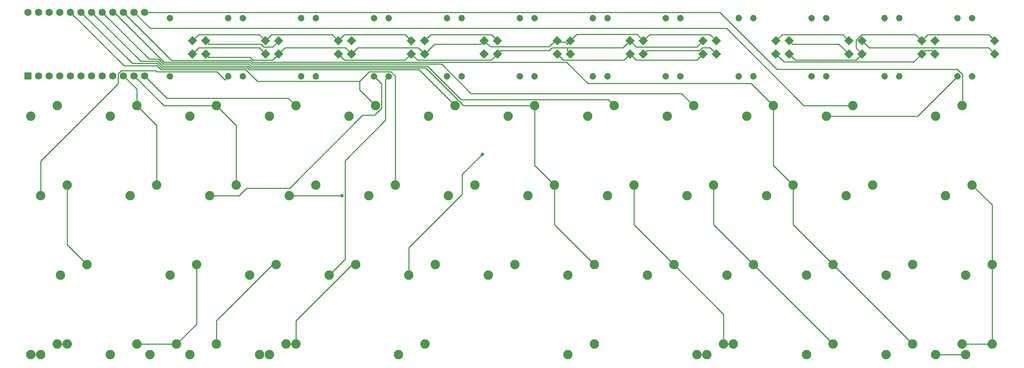
<source format=gtl>
G04 #@! TF.GenerationSoftware,KiCad,Pcbnew,5.1.7*
G04 #@! TF.CreationDate,2020-11-29T13:06:50+02:00*
G04 #@! TF.ProjectId,PM THT Van,504d2054-4854-4205-9661-6e2e6b696361,rev?*
G04 #@! TF.SameCoordinates,Original*
G04 #@! TF.FileFunction,Copper,L1,Top*
G04 #@! TF.FilePolarity,Positive*
%FSLAX46Y46*%
G04 Gerber Fmt 4.6, Leading zero omitted, Abs format (unit mm)*
G04 Created by KiCad (PCBNEW 5.1.7) date 2020-11-29 13:06:50*
%MOMM*%
%LPD*%
G01*
G04 APERTURE LIST*
G04 #@! TA.AperFunction,ComponentPad*
%ADD10C,2.250000*%
G04 #@! TD*
G04 #@! TA.AperFunction,ComponentPad*
%ADD11C,0.100000*%
G04 #@! TD*
G04 #@! TA.AperFunction,ComponentPad*
%ADD12C,1.752600*%
G04 #@! TD*
G04 #@! TA.AperFunction,ComponentPad*
%ADD13R,1.752600X1.752600*%
G04 #@! TD*
G04 #@! TA.AperFunction,ViaPad*
%ADD14C,0.800000*%
G04 #@! TD*
G04 #@! TA.AperFunction,Conductor*
%ADD15C,0.250000*%
G04 #@! TD*
G04 APERTURE END LIST*
D10*
G04 #@! TO.P,SW19,2*
G04 #@! TO.N,COL4*
X139065000Y-125095000D03*
G04 #@! TO.P,SW19,1*
G04 #@! TO.N,Net-(D19-Pad2)*
X132715000Y-127635000D03*
G04 #@! TD*
G04 #@! TO.P,SW26,2*
G04 #@! TO.N,COL6*
X179546000Y-125095000D03*
G04 #@! TO.P,SW26,1*
G04 #@! TO.N,Net-(D26-Pad2)*
X173196000Y-127635000D03*
G04 #@! TD*
G04 #@! TO.P,SW46,2*
G04 #@! TO.N,COL11*
X267652000Y-67945000D03*
G04 #@! TO.P,SW46,1*
G04 #@! TO.N,Net-(D43-Pad2)*
X261302000Y-70485000D03*
G04 #@! TD*
G04 #@! TO.P,SW40,2*
G04 #@! TO.N,COL11*
X267652000Y-125095000D03*
G04 #@! TO.P,SW40,1*
G04 #@! TO.N,Net-(D41-Pad2)*
X261302000Y-127635000D03*
G04 #@! TD*
G04 #@! TO.P,SW3,2*
G04 #@! TO.N,COL0*
X58102500Y-106045000D03*
G04 #@! TO.P,SW3,1*
G04 #@! TO.N,Net-(D3-Pad2)*
X51752500Y-108585000D03*
G04 #@! TD*
G04 #@! TO.P,SW47,2*
G04 #@! TO.N,COL11*
X270034000Y-86995000D03*
G04 #@! TO.P,SW47,1*
G04 #@! TO.N,Net-(D44-Pad2)*
X263684000Y-89535000D03*
G04 #@! TD*
G04 #@! TO.P,SW35,2*
G04 #@! TO.N,COL8*
X236696000Y-125095000D03*
G04 #@! TO.P,SW35,1*
G04 #@! TO.N,Net-(D34-Pad2)*
X230346000Y-127635000D03*
G04 #@! TD*
G04 #@! TO.P,SW31,2*
G04 #@! TO.N,COL7*
X212884000Y-125095000D03*
G04 #@! TO.P,SW31,1*
G04 #@! TO.N,Net-(D30-Pad2)*
X206534000Y-127635000D03*
G04 #@! TD*
G04 #@! TO.P,SW8,2*
G04 #@! TO.N,COL1*
X79533800Y-125095000D03*
G04 #@! TO.P,SW8,1*
G04 #@! TO.N,Net-(D8-Pad2)*
X73183800Y-127635000D03*
G04 #@! TD*
G04 #@! TO.P,SW30,2*
G04 #@! TO.N,COL7*
X210502000Y-125095000D03*
G04 #@! TO.P,SW30,1*
G04 #@! TO.N,Net-(D30-Pad2)*
X204152000Y-127635000D03*
G04 #@! TD*
G04 #@! TO.P,SW12,2*
G04 #@! TO.N,COL3*
X105728000Y-125095000D03*
G04 #@! TO.P,SW12,1*
G04 #@! TO.N,N/C*
X99378000Y-127635000D03*
G04 #@! TD*
G04 #@! TO.P,SW4,2*
G04 #@! TO.N,COL0*
X53340000Y-125095000D03*
G04 #@! TO.P,SW4,1*
G04 #@! TO.N,Net-(D4-Pad2)*
X46990000Y-127635000D03*
G04 #@! TD*
G04 #@! TO.P,SW2,2*
G04 #@! TO.N,COL0*
X53340000Y-86995000D03*
G04 #@! TO.P,SW2,1*
G04 #@! TO.N,Net-(D2-Pad2)*
X46990000Y-89535000D03*
G04 #@! TD*
G04 #@! TO.P,SW53,2*
G04 #@! TO.N,COL3*
X108109000Y-125095000D03*
G04 #@! TO.P,SW53,1*
G04 #@! TO.N,N/C*
X101759000Y-127635000D03*
G04 #@! TD*
G04 #@! TO.P,SW52,2*
G04 #@! TO.N,COL2*
X89058800Y-125095000D03*
G04 #@! TO.P,SW52,1*
G04 #@! TO.N,Net-(D12-Pad2)*
X82708800Y-127635000D03*
G04 #@! TD*
G04 #@! TO.P,SW51,2*
G04 #@! TO.N,COL1*
X70008800Y-125095000D03*
G04 #@! TO.P,SW51,1*
G04 #@! TO.N,Net-(D8-Pad2)*
X63658800Y-127635000D03*
G04 #@! TD*
G04 #@! TO.P,SW50,2*
G04 #@! TO.N,COL0*
X50958800Y-125095000D03*
G04 #@! TO.P,SW50,1*
G04 #@! TO.N,Net-(D4-Pad2)*
X44608800Y-127635000D03*
G04 #@! TD*
G04 #@! TO.P,SW48,2*
G04 #@! TO.N,COL11*
X274796000Y-106045000D03*
G04 #@! TO.P,SW48,1*
G04 #@! TO.N,Net-(D45-Pad2)*
X268446000Y-108585000D03*
G04 #@! TD*
G04 #@! TO.P,SW45,2*
G04 #@! TO.N,COL10*
X241459000Y-67945000D03*
G04 #@! TO.P,SW45,1*
G04 #@! TO.N,Net-(D42-Pad2)*
X235109000Y-70485000D03*
G04 #@! TD*
G04 #@! TO.P,SW44,2*
G04 #@! TO.N,COL11*
X274796000Y-125095000D03*
G04 #@! TO.P,SW44,1*
G04 #@! TO.N,Net-(D41-Pad2)*
X268446000Y-127635000D03*
G04 #@! TD*
G04 #@! TO.P,SW43,2*
G04 #@! TO.N,COL10*
X255746000Y-106045000D03*
G04 #@! TO.P,SW43,1*
G04 #@! TO.N,Net-(D40-Pad2)*
X249396000Y-108585000D03*
G04 #@! TD*
G04 #@! TO.P,SW42,2*
G04 #@! TO.N,COL10*
X246221000Y-86995000D03*
G04 #@! TO.P,SW42,1*
G04 #@! TO.N,Net-(D39-Pad2)*
X239871000Y-89535000D03*
G04 #@! TD*
G04 #@! TO.P,SW41,2*
G04 #@! TO.N,COL9*
X255746000Y-125095000D03*
G04 #@! TO.P,SW41,1*
G04 #@! TO.N,Net-(D38-Pad2)*
X249396000Y-127635000D03*
G04 #@! TD*
G04 #@! TO.P,SW39,2*
G04 #@! TO.N,COL9*
X236696000Y-106045000D03*
G04 #@! TO.P,SW39,1*
G04 #@! TO.N,Net-(D37-Pad2)*
X230346000Y-108585000D03*
G04 #@! TD*
G04 #@! TO.P,SW38,2*
G04 #@! TO.N,COL9*
X227171000Y-86995000D03*
G04 #@! TO.P,SW38,1*
G04 #@! TO.N,Net-(D36-Pad2)*
X220821000Y-89535000D03*
G04 #@! TD*
G04 #@! TO.P,SW37,2*
G04 #@! TO.N,COL9*
X222409000Y-67945000D03*
G04 #@! TO.P,SW37,1*
G04 #@! TO.N,Net-(D35-Pad2)*
X216059000Y-70485000D03*
G04 #@! TD*
G04 #@! TO.P,SW36,2*
G04 #@! TO.N,COL8*
X236696000Y-125095000D03*
G04 #@! TO.P,SW36,1*
G04 #@! TO.N,Net-(D34-Pad2)*
X230346000Y-127635000D03*
G04 #@! TD*
G04 #@! TO.P,SW34,2*
G04 #@! TO.N,COL8*
X217646000Y-106045000D03*
G04 #@! TO.P,SW34,1*
G04 #@! TO.N,Net-(D33-Pad2)*
X211296000Y-108585000D03*
G04 #@! TD*
G04 #@! TO.P,SW33,2*
G04 #@! TO.N,COL8*
X208121000Y-86995000D03*
G04 #@! TO.P,SW33,1*
G04 #@! TO.N,Net-(D32-Pad2)*
X201771000Y-89535000D03*
G04 #@! TD*
G04 #@! TO.P,SW32,2*
G04 #@! TO.N,COL8*
X203359000Y-67945000D03*
G04 #@! TO.P,SW32,1*
G04 #@! TO.N,Net-(D31-Pad2)*
X197009000Y-70485000D03*
G04 #@! TD*
G04 #@! TO.P,SW29,2*
G04 #@! TO.N,COL7*
X198596000Y-106045000D03*
G04 #@! TO.P,SW29,1*
G04 #@! TO.N,Net-(D29-Pad2)*
X192246000Y-108585000D03*
G04 #@! TD*
G04 #@! TO.P,SW28,2*
G04 #@! TO.N,COL7*
X189071000Y-86995000D03*
G04 #@! TO.P,SW28,1*
G04 #@! TO.N,Net-(D28-Pad2)*
X182721000Y-89535000D03*
G04 #@! TD*
G04 #@! TO.P,SW27,2*
G04 #@! TO.N,COL7*
X184309000Y-67945000D03*
G04 #@! TO.P,SW27,1*
G04 #@! TO.N,Net-(D27-Pad2)*
X177959000Y-70485000D03*
G04 #@! TD*
G04 #@! TO.P,SW25,2*
G04 #@! TO.N,COL6*
X179546000Y-106045000D03*
G04 #@! TO.P,SW25,1*
G04 #@! TO.N,Net-(D25-Pad2)*
X173196000Y-108585000D03*
G04 #@! TD*
G04 #@! TO.P,SW24,2*
G04 #@! TO.N,COL6*
X170021000Y-86995000D03*
G04 #@! TO.P,SW24,1*
G04 #@! TO.N,Net-(D24-Pad2)*
X163671000Y-89535000D03*
G04 #@! TD*
G04 #@! TO.P,SW23,2*
G04 #@! TO.N,COL6*
X165259000Y-67945000D03*
G04 #@! TO.P,SW23,1*
G04 #@! TO.N,Net-(D23-Pad2)*
X158909000Y-70485000D03*
G04 #@! TD*
G04 #@! TO.P,SW22,2*
G04 #@! TO.N,COL5*
X160496000Y-106045000D03*
G04 #@! TO.P,SW22,1*
G04 #@! TO.N,Net-(D22-Pad2)*
X154146000Y-108585000D03*
G04 #@! TD*
G04 #@! TO.P,SW21,2*
G04 #@! TO.N,COL5*
X150971000Y-86995000D03*
G04 #@! TO.P,SW21,1*
G04 #@! TO.N,Net-(D21-Pad2)*
X144621000Y-89535000D03*
G04 #@! TD*
G04 #@! TO.P,SW20,2*
G04 #@! TO.N,COL5*
X146209000Y-67945000D03*
G04 #@! TO.P,SW20,1*
G04 #@! TO.N,Net-(D20-Pad2)*
X139859000Y-70485000D03*
G04 #@! TD*
G04 #@! TO.P,SW18,2*
G04 #@! TO.N,COL4*
X141446000Y-106045000D03*
G04 #@! TO.P,SW18,1*
G04 #@! TO.N,Net-(D18-Pad2)*
X135096000Y-108585000D03*
G04 #@! TD*
G04 #@! TO.P,SW17,2*
G04 #@! TO.N,COL4*
X131921000Y-86995000D03*
G04 #@! TO.P,SW17,1*
G04 #@! TO.N,Net-(D17-Pad2)*
X125571000Y-89535000D03*
G04 #@! TD*
G04 #@! TO.P,SW16,2*
G04 #@! TO.N,COL4*
X127159000Y-67945000D03*
G04 #@! TO.P,SW16,1*
G04 #@! TO.N,Net-(D16-Pad2)*
X120809000Y-70485000D03*
G04 #@! TD*
G04 #@! TO.P,SW15,2*
G04 #@! TO.N,COL3*
X122396000Y-106045000D03*
G04 #@! TO.P,SW15,1*
G04 #@! TO.N,Net-(D15-Pad2)*
X116046000Y-108585000D03*
G04 #@! TD*
G04 #@! TO.P,SW14,2*
G04 #@! TO.N,COL3*
X112871000Y-86995000D03*
G04 #@! TO.P,SW14,1*
G04 #@! TO.N,Net-(D14-Pad2)*
X106521000Y-89535000D03*
G04 #@! TD*
G04 #@! TO.P,SW13,2*
G04 #@! TO.N,COL3*
X108109000Y-67945000D03*
G04 #@! TO.P,SW13,1*
G04 #@! TO.N,Net-(D13-Pad2)*
X101759000Y-70485000D03*
G04 #@! TD*
G04 #@! TO.P,SW11,2*
G04 #@! TO.N,COL2*
X103346000Y-106045000D03*
G04 #@! TO.P,SW11,1*
G04 #@! TO.N,Net-(D11-Pad2)*
X96996000Y-108585000D03*
G04 #@! TD*
G04 #@! TO.P,SW10,2*
G04 #@! TO.N,COL2*
X93821200Y-86995000D03*
G04 #@! TO.P,SW10,1*
G04 #@! TO.N,Net-(D10-Pad2)*
X87471200Y-89535000D03*
G04 #@! TD*
G04 #@! TO.P,SW9,2*
G04 #@! TO.N,COL2*
X89058800Y-67945000D03*
G04 #@! TO.P,SW9,1*
G04 #@! TO.N,Net-(D9-Pad2)*
X82708800Y-70485000D03*
G04 #@! TD*
G04 #@! TO.P,SW7,2*
G04 #@! TO.N,COL1*
X84296200Y-106045000D03*
G04 #@! TO.P,SW7,1*
G04 #@! TO.N,Net-(D7-Pad2)*
X77946200Y-108585000D03*
G04 #@! TD*
G04 #@! TO.P,SW6,2*
G04 #@! TO.N,COL1*
X74771200Y-86995000D03*
G04 #@! TO.P,SW6,1*
G04 #@! TO.N,Net-(D6-Pad2)*
X68421200Y-89535000D03*
G04 #@! TD*
G04 #@! TO.P,SW5,2*
G04 #@! TO.N,COL1*
X70008800Y-67945000D03*
G04 #@! TO.P,SW5,1*
G04 #@! TO.N,Net-(D5-Pad2)*
X63658800Y-70485000D03*
G04 #@! TD*
G04 #@! TO.P,SW1,2*
G04 #@! TO.N,COL0*
X50958800Y-67945000D03*
G04 #@! TO.P,SW1,1*
G04 #@! TO.N,Net-(D1-Pad2)*
X44608800Y-70485000D03*
G04 #@! TD*
G04 #@! TO.P,D46,2*
G04 #@! TO.N,N/C*
G04 #@! TA.AperFunction,ComponentPad*
G36*
G01*
X270608531Y-47565031D02*
X270608531Y-47565031D01*
G75*
G02*
X269477161Y-47565031I-565685J565685D01*
G01*
X269477161Y-47565031D01*
G75*
G02*
X269477161Y-46433661I565685J565685D01*
G01*
X269477161Y-46433661D01*
G75*
G02*
X270608531Y-46433661I565685J-565685D01*
G01*
X270608531Y-46433661D01*
G75*
G02*
X270608531Y-47565031I-565685J-565685D01*
G01*
G37*
G04 #@! TD.AperFunction*
G04 #@! TA.AperFunction,ComponentPad*
D11*
G04 #@! TO.P,D46,1*
G04 #@! TO.N,ROW3*
G36*
X276562371Y-52387500D02*
G01*
X275431000Y-53518871D01*
X274299629Y-52387500D01*
X275431000Y-51256129D01*
X276562371Y-52387500D01*
G37*
G04 #@! TD.AperFunction*
G04 #@! TD*
D12*
G04 #@! TO.P,U1,24*
G04 #@! TO.N,Net-(U1-Pad24)*
X43973800Y-45561200D03*
G04 #@! TO.P,U1,12*
G04 #@! TO.N,COL3*
X71913800Y-60801200D03*
G04 #@! TO.P,U1,23*
G04 #@! TO.N,Net-(U1-Pad23)*
X46513800Y-45561200D03*
G04 #@! TO.P,U1,22*
G04 #@! TO.N,Net-(U1-Pad22)*
X49053800Y-45561200D03*
G04 #@! TO.P,U1,21*
G04 #@! TO.N,Net-(U1-Pad21)*
X51593800Y-45561200D03*
G04 #@! TO.P,U1,20*
G04 #@! TO.N,COL4*
X54133800Y-45561200D03*
G04 #@! TO.P,U1,19*
G04 #@! TO.N,COL5*
X56673800Y-45561200D03*
G04 #@! TO.P,U1,18*
G04 #@! TO.N,COL6*
X59213800Y-45561200D03*
G04 #@! TO.P,U1,17*
G04 #@! TO.N,COL7*
X61753800Y-45561200D03*
G04 #@! TO.P,U1,16*
G04 #@! TO.N,COL8*
X64293800Y-45561200D03*
G04 #@! TO.P,U1,15*
G04 #@! TO.N,COL9*
X66833800Y-45561200D03*
G04 #@! TO.P,U1,14*
G04 #@! TO.N,COL10*
X69373800Y-45561200D03*
G04 #@! TO.P,U1,13*
G04 #@! TO.N,COL11*
X71913800Y-45561200D03*
G04 #@! TO.P,U1,11*
G04 #@! TO.N,COL2*
X69373800Y-60801200D03*
G04 #@! TO.P,U1,10*
G04 #@! TO.N,COL1*
X66833800Y-60801200D03*
G04 #@! TO.P,U1,9*
G04 #@! TO.N,COL0*
X64293800Y-60801200D03*
G04 #@! TO.P,U1,8*
G04 #@! TO.N,ROW3*
X61753800Y-60801200D03*
G04 #@! TO.P,U1,7*
G04 #@! TO.N,ROW2*
X59213800Y-60801200D03*
G04 #@! TO.P,U1,6*
G04 #@! TO.N,ROW1*
X56673800Y-60801200D03*
G04 #@! TO.P,U1,5*
G04 #@! TO.N,ROW0*
X54133800Y-60801200D03*
G04 #@! TO.P,U1,4*
G04 #@! TO.N,Net-(U1-Pad4)*
X51593800Y-60801200D03*
G04 #@! TO.P,U1,3*
G04 #@! TO.N,Net-(U1-Pad3)*
X49053800Y-60801200D03*
G04 #@! TO.P,U1,2*
G04 #@! TO.N,Net-(U1-Pad2)*
X46513800Y-60801200D03*
D13*
G04 #@! TO.P,U1,1*
G04 #@! TO.N,Net-(U1-Pad1)*
X43973800Y-60801200D03*
G04 #@! TD*
G04 #@! TO.P,D45,2*
G04 #@! TO.N,Net-(D45-Pad2)*
G04 #@! TA.AperFunction,ComponentPad*
G36*
G01*
X270608531Y-60384969D02*
X270608531Y-60384969D01*
G75*
G02*
X270608531Y-61516339I-565685J-565685D01*
G01*
X270608531Y-61516339D01*
G75*
G02*
X269477161Y-61516339I-565685J565685D01*
G01*
X269477161Y-61516339D01*
G75*
G02*
X269477161Y-60384969I565685J565685D01*
G01*
X269477161Y-60384969D01*
G75*
G02*
X270608531Y-60384969I565685J-565685D01*
G01*
G37*
G04 #@! TD.AperFunction*
G04 #@! TA.AperFunction,ComponentPad*
D11*
G04 #@! TO.P,D45,1*
G04 #@! TO.N,ROW2*
G36*
X275431000Y-54431129D02*
G01*
X276562371Y-55562500D01*
X275431000Y-56693871D01*
X274299629Y-55562500D01*
X275431000Y-54431129D01*
G37*
G04 #@! TD.AperFunction*
G04 #@! TD*
G04 #@! TO.P,D44,2*
G04 #@! TO.N,Net-(D44-Pad2)*
G04 #@! TA.AperFunction,ComponentPad*
G36*
G01*
X265966469Y-47565031D02*
X265966469Y-47565031D01*
G75*
G02*
X265966469Y-46433661I565685J565685D01*
G01*
X265966469Y-46433661D01*
G75*
G02*
X267097839Y-46433661I565685J-565685D01*
G01*
X267097839Y-46433661D01*
G75*
G02*
X267097839Y-47565031I-565685J-565685D01*
G01*
X267097839Y-47565031D01*
G75*
G02*
X265966469Y-47565031I-565685J565685D01*
G01*
G37*
G04 #@! TD.AperFunction*
G04 #@! TA.AperFunction,ComponentPad*
G04 #@! TO.P,D44,1*
G04 #@! TO.N,ROW1*
G36*
X261144000Y-53518871D02*
G01*
X260012629Y-52387500D01*
X261144000Y-51256129D01*
X262275371Y-52387500D01*
X261144000Y-53518871D01*
G37*
G04 #@! TD.AperFunction*
G04 #@! TD*
G04 #@! TO.P,D43,2*
G04 #@! TO.N,Net-(D43-Pad2)*
G04 #@! TA.AperFunction,ComponentPad*
G36*
G01*
X253146531Y-60384969D02*
X253146531Y-60384969D01*
G75*
G02*
X253146531Y-61516339I-565685J-565685D01*
G01*
X253146531Y-61516339D01*
G75*
G02*
X252015161Y-61516339I-565685J565685D01*
G01*
X252015161Y-61516339D01*
G75*
G02*
X252015161Y-60384969I565685J565685D01*
G01*
X252015161Y-60384969D01*
G75*
G02*
X253146531Y-60384969I565685J-565685D01*
G01*
G37*
G04 #@! TD.AperFunction*
G04 #@! TA.AperFunction,ComponentPad*
G04 #@! TO.P,D43,1*
G04 #@! TO.N,ROW0*
G36*
X257969000Y-54431129D02*
G01*
X259100371Y-55562500D01*
X257969000Y-56693871D01*
X256837629Y-55562500D01*
X257969000Y-54431129D01*
G37*
G04 #@! TD.AperFunction*
G04 #@! TD*
G04 #@! TO.P,D42,2*
G04 #@! TO.N,Net-(D42-Pad2)*
G04 #@! TA.AperFunction,ComponentPad*
G36*
G01*
X265966469Y-60384969D02*
X265966469Y-60384969D01*
G75*
G02*
X267097839Y-60384969I565685J-565685D01*
G01*
X267097839Y-60384969D01*
G75*
G02*
X267097839Y-61516339I-565685J-565685D01*
G01*
X267097839Y-61516339D01*
G75*
G02*
X265966469Y-61516339I-565685J565685D01*
G01*
X265966469Y-61516339D01*
G75*
G02*
X265966469Y-60384969I565685J565685D01*
G01*
G37*
G04 #@! TD.AperFunction*
G04 #@! TA.AperFunction,ComponentPad*
G04 #@! TO.P,D42,1*
G04 #@! TO.N,ROW0*
G36*
X260012629Y-55562500D02*
G01*
X261144000Y-54431129D01*
X262275371Y-55562500D01*
X261144000Y-56693871D01*
X260012629Y-55562500D01*
G37*
G04 #@! TD.AperFunction*
G04 #@! TD*
G04 #@! TO.P,D41,2*
G04 #@! TO.N,Net-(D41-Pad2)*
G04 #@! TA.AperFunction,ComponentPad*
G36*
G01*
X253146531Y-47565031D02*
X253146531Y-47565031D01*
G75*
G02*
X252015161Y-47565031I-565685J565685D01*
G01*
X252015161Y-47565031D01*
G75*
G02*
X252015161Y-46433661I565685J565685D01*
G01*
X252015161Y-46433661D01*
G75*
G02*
X253146531Y-46433661I565685J-565685D01*
G01*
X253146531Y-46433661D01*
G75*
G02*
X253146531Y-47565031I-565685J-565685D01*
G01*
G37*
G04 #@! TD.AperFunction*
G04 #@! TA.AperFunction,ComponentPad*
G04 #@! TO.P,D41,1*
G04 #@! TO.N,ROW3*
G36*
X259100371Y-52387500D02*
G01*
X257969000Y-53518871D01*
X256837629Y-52387500D01*
X257969000Y-51256129D01*
X259100371Y-52387500D01*
G37*
G04 #@! TD.AperFunction*
G04 #@! TD*
G04 #@! TO.P,D40,2*
G04 #@! TO.N,Net-(D40-Pad2)*
G04 #@! TA.AperFunction,ComponentPad*
G36*
G01*
X248503469Y-47565031D02*
X248503469Y-47565031D01*
G75*
G02*
X248503469Y-46433661I565685J565685D01*
G01*
X248503469Y-46433661D01*
G75*
G02*
X249634839Y-46433661I565685J-565685D01*
G01*
X249634839Y-46433661D01*
G75*
G02*
X249634839Y-47565031I-565685J-565685D01*
G01*
X249634839Y-47565031D01*
G75*
G02*
X248503469Y-47565031I-565685J565685D01*
G01*
G37*
G04 #@! TD.AperFunction*
G04 #@! TA.AperFunction,ComponentPad*
G04 #@! TO.P,D40,1*
G04 #@! TO.N,ROW2*
G36*
X243681000Y-53518871D02*
G01*
X242549629Y-52387500D01*
X243681000Y-51256129D01*
X244812371Y-52387500D01*
X243681000Y-53518871D01*
G37*
G04 #@! TD.AperFunction*
G04 #@! TD*
G04 #@! TO.P,D39,2*
G04 #@! TO.N,Net-(D39-Pad2)*
G04 #@! TA.AperFunction,ComponentPad*
G36*
G01*
X235683531Y-60384969D02*
X235683531Y-60384969D01*
G75*
G02*
X235683531Y-61516339I-565685J-565685D01*
G01*
X235683531Y-61516339D01*
G75*
G02*
X234552161Y-61516339I-565685J565685D01*
G01*
X234552161Y-61516339D01*
G75*
G02*
X234552161Y-60384969I565685J565685D01*
G01*
X234552161Y-60384969D01*
G75*
G02*
X235683531Y-60384969I565685J-565685D01*
G01*
G37*
G04 #@! TD.AperFunction*
G04 #@! TA.AperFunction,ComponentPad*
G04 #@! TO.P,D39,1*
G04 #@! TO.N,ROW1*
G36*
X240506000Y-54431129D02*
G01*
X241637371Y-55562500D01*
X240506000Y-56693871D01*
X239374629Y-55562500D01*
X240506000Y-54431129D01*
G37*
G04 #@! TD.AperFunction*
G04 #@! TD*
G04 #@! TO.P,D38,2*
G04 #@! TO.N,Net-(D38-Pad2)*
G04 #@! TA.AperFunction,ComponentPad*
G36*
G01*
X248503469Y-60384969D02*
X248503469Y-60384969D01*
G75*
G02*
X249634839Y-60384969I565685J-565685D01*
G01*
X249634839Y-60384969D01*
G75*
G02*
X249634839Y-61516339I-565685J-565685D01*
G01*
X249634839Y-61516339D01*
G75*
G02*
X248503469Y-61516339I-565685J565685D01*
G01*
X248503469Y-61516339D01*
G75*
G02*
X248503469Y-60384969I565685J565685D01*
G01*
G37*
G04 #@! TD.AperFunction*
G04 #@! TA.AperFunction,ComponentPad*
G04 #@! TO.P,D38,1*
G04 #@! TO.N,ROW3*
G36*
X242549629Y-55562500D02*
G01*
X243681000Y-54431129D01*
X244812371Y-55562500D01*
X243681000Y-56693871D01*
X242549629Y-55562500D01*
G37*
G04 #@! TD.AperFunction*
G04 #@! TD*
G04 #@! TO.P,D37,2*
G04 #@! TO.N,Net-(D37-Pad2)*
G04 #@! TA.AperFunction,ComponentPad*
G36*
G01*
X235683531Y-47565031D02*
X235683531Y-47565031D01*
G75*
G02*
X234552161Y-47565031I-565685J565685D01*
G01*
X234552161Y-47565031D01*
G75*
G02*
X234552161Y-46433661I565685J565685D01*
G01*
X234552161Y-46433661D01*
G75*
G02*
X235683531Y-46433661I565685J-565685D01*
G01*
X235683531Y-46433661D01*
G75*
G02*
X235683531Y-47565031I-565685J-565685D01*
G01*
G37*
G04 #@! TD.AperFunction*
G04 #@! TA.AperFunction,ComponentPad*
G04 #@! TO.P,D37,1*
G04 #@! TO.N,ROW2*
G36*
X241637371Y-52387500D02*
G01*
X240506000Y-53518871D01*
X239374629Y-52387500D01*
X240506000Y-51256129D01*
X241637371Y-52387500D01*
G37*
G04 #@! TD.AperFunction*
G04 #@! TD*
G04 #@! TO.P,D36,2*
G04 #@! TO.N,Net-(D36-Pad2)*
G04 #@! TA.AperFunction,ComponentPad*
G36*
G01*
X231041469Y-47565031D02*
X231041469Y-47565031D01*
G75*
G02*
X231041469Y-46433661I565685J565685D01*
G01*
X231041469Y-46433661D01*
G75*
G02*
X232172839Y-46433661I565685J-565685D01*
G01*
X232172839Y-46433661D01*
G75*
G02*
X232172839Y-47565031I-565685J-565685D01*
G01*
X232172839Y-47565031D01*
G75*
G02*
X231041469Y-47565031I-565685J565685D01*
G01*
G37*
G04 #@! TD.AperFunction*
G04 #@! TA.AperFunction,ComponentPad*
G04 #@! TO.P,D36,1*
G04 #@! TO.N,ROW1*
G36*
X226219000Y-53518871D02*
G01*
X225087629Y-52387500D01*
X226219000Y-51256129D01*
X227350371Y-52387500D01*
X226219000Y-53518871D01*
G37*
G04 #@! TD.AperFunction*
G04 #@! TD*
G04 #@! TO.P,D35,2*
G04 #@! TO.N,Net-(D35-Pad2)*
G04 #@! TA.AperFunction,ComponentPad*
G36*
G01*
X218221531Y-60384969D02*
X218221531Y-60384969D01*
G75*
G02*
X218221531Y-61516339I-565685J-565685D01*
G01*
X218221531Y-61516339D01*
G75*
G02*
X217090161Y-61516339I-565685J565685D01*
G01*
X217090161Y-61516339D01*
G75*
G02*
X217090161Y-60384969I565685J565685D01*
G01*
X217090161Y-60384969D01*
G75*
G02*
X218221531Y-60384969I565685J-565685D01*
G01*
G37*
G04 #@! TD.AperFunction*
G04 #@! TA.AperFunction,ComponentPad*
G04 #@! TO.P,D35,1*
G04 #@! TO.N,ROW0*
G36*
X223044000Y-54431129D02*
G01*
X224175371Y-55562500D01*
X223044000Y-56693871D01*
X221912629Y-55562500D01*
X223044000Y-54431129D01*
G37*
G04 #@! TD.AperFunction*
G04 #@! TD*
G04 #@! TO.P,D34,2*
G04 #@! TO.N,Net-(D34-Pad2)*
G04 #@! TA.AperFunction,ComponentPad*
G36*
G01*
X231041469Y-60384969D02*
X231041469Y-60384969D01*
G75*
G02*
X232172839Y-60384969I565685J-565685D01*
G01*
X232172839Y-60384969D01*
G75*
G02*
X232172839Y-61516339I-565685J-565685D01*
G01*
X232172839Y-61516339D01*
G75*
G02*
X231041469Y-61516339I-565685J565685D01*
G01*
X231041469Y-61516339D01*
G75*
G02*
X231041469Y-60384969I565685J565685D01*
G01*
G37*
G04 #@! TD.AperFunction*
G04 #@! TA.AperFunction,ComponentPad*
G04 #@! TO.P,D34,1*
G04 #@! TO.N,ROW3*
G36*
X225087629Y-55562500D02*
G01*
X226219000Y-54431129D01*
X227350371Y-55562500D01*
X226219000Y-56693871D01*
X225087629Y-55562500D01*
G37*
G04 #@! TD.AperFunction*
G04 #@! TD*
G04 #@! TO.P,D33,2*
G04 #@! TO.N,Net-(D33-Pad2)*
G04 #@! TA.AperFunction,ComponentPad*
G36*
G01*
X218221531Y-47565031D02*
X218221531Y-47565031D01*
G75*
G02*
X217090161Y-47565031I-565685J565685D01*
G01*
X217090161Y-47565031D01*
G75*
G02*
X217090161Y-46433661I565685J565685D01*
G01*
X217090161Y-46433661D01*
G75*
G02*
X218221531Y-46433661I565685J-565685D01*
G01*
X218221531Y-46433661D01*
G75*
G02*
X218221531Y-47565031I-565685J-565685D01*
G01*
G37*
G04 #@! TD.AperFunction*
G04 #@! TA.AperFunction,ComponentPad*
G04 #@! TO.P,D33,1*
G04 #@! TO.N,ROW2*
G36*
X224175371Y-52387500D02*
G01*
X223044000Y-53518871D01*
X221912629Y-52387500D01*
X223044000Y-51256129D01*
X224175371Y-52387500D01*
G37*
G04 #@! TD.AperFunction*
G04 #@! TD*
G04 #@! TO.P,D32,2*
G04 #@! TO.N,Net-(D32-Pad2)*
G04 #@! TA.AperFunction,ComponentPad*
G36*
G01*
X213578469Y-47565031D02*
X213578469Y-47565031D01*
G75*
G02*
X213578469Y-46433661I565685J565685D01*
G01*
X213578469Y-46433661D01*
G75*
G02*
X214709839Y-46433661I565685J-565685D01*
G01*
X214709839Y-46433661D01*
G75*
G02*
X214709839Y-47565031I-565685J-565685D01*
G01*
X214709839Y-47565031D01*
G75*
G02*
X213578469Y-47565031I-565685J565685D01*
G01*
G37*
G04 #@! TD.AperFunction*
G04 #@! TA.AperFunction,ComponentPad*
G04 #@! TO.P,D32,1*
G04 #@! TO.N,ROW1*
G36*
X208756000Y-53518871D02*
G01*
X207624629Y-52387500D01*
X208756000Y-51256129D01*
X209887371Y-52387500D01*
X208756000Y-53518871D01*
G37*
G04 #@! TD.AperFunction*
G04 #@! TD*
G04 #@! TO.P,D31,2*
G04 #@! TO.N,Net-(D31-Pad2)*
G04 #@! TA.AperFunction,ComponentPad*
G36*
G01*
X200758531Y-60384969D02*
X200758531Y-60384969D01*
G75*
G02*
X200758531Y-61516339I-565685J-565685D01*
G01*
X200758531Y-61516339D01*
G75*
G02*
X199627161Y-61516339I-565685J565685D01*
G01*
X199627161Y-61516339D01*
G75*
G02*
X199627161Y-60384969I565685J565685D01*
G01*
X199627161Y-60384969D01*
G75*
G02*
X200758531Y-60384969I565685J-565685D01*
G01*
G37*
G04 #@! TD.AperFunction*
G04 #@! TA.AperFunction,ComponentPad*
G04 #@! TO.P,D31,1*
G04 #@! TO.N,ROW0*
G36*
X205581000Y-54431129D02*
G01*
X206712371Y-55562500D01*
X205581000Y-56693871D01*
X204449629Y-55562500D01*
X205581000Y-54431129D01*
G37*
G04 #@! TD.AperFunction*
G04 #@! TD*
G04 #@! TO.P,D30,2*
G04 #@! TO.N,Net-(D30-Pad2)*
G04 #@! TA.AperFunction,ComponentPad*
G36*
G01*
X213578469Y-60384969D02*
X213578469Y-60384969D01*
G75*
G02*
X214709839Y-60384969I565685J-565685D01*
G01*
X214709839Y-60384969D01*
G75*
G02*
X214709839Y-61516339I-565685J-565685D01*
G01*
X214709839Y-61516339D01*
G75*
G02*
X213578469Y-61516339I-565685J565685D01*
G01*
X213578469Y-61516339D01*
G75*
G02*
X213578469Y-60384969I565685J565685D01*
G01*
G37*
G04 #@! TD.AperFunction*
G04 #@! TA.AperFunction,ComponentPad*
G04 #@! TO.P,D30,1*
G04 #@! TO.N,ROW3*
G36*
X207624629Y-55562500D02*
G01*
X208756000Y-54431129D01*
X209887371Y-55562500D01*
X208756000Y-56693871D01*
X207624629Y-55562500D01*
G37*
G04 #@! TD.AperFunction*
G04 #@! TD*
G04 #@! TO.P,D29,2*
G04 #@! TO.N,Net-(D29-Pad2)*
G04 #@! TA.AperFunction,ComponentPad*
G36*
G01*
X200758531Y-47565031D02*
X200758531Y-47565031D01*
G75*
G02*
X199627161Y-47565031I-565685J565685D01*
G01*
X199627161Y-47565031D01*
G75*
G02*
X199627161Y-46433661I565685J565685D01*
G01*
X199627161Y-46433661D01*
G75*
G02*
X200758531Y-46433661I565685J-565685D01*
G01*
X200758531Y-46433661D01*
G75*
G02*
X200758531Y-47565031I-565685J-565685D01*
G01*
G37*
G04 #@! TD.AperFunction*
G04 #@! TA.AperFunction,ComponentPad*
G04 #@! TO.P,D29,1*
G04 #@! TO.N,ROW2*
G36*
X206712371Y-52387500D02*
G01*
X205581000Y-53518871D01*
X204449629Y-52387500D01*
X205581000Y-51256129D01*
X206712371Y-52387500D01*
G37*
G04 #@! TD.AperFunction*
G04 #@! TD*
G04 #@! TO.P,D28,2*
G04 #@! TO.N,Net-(D28-Pad2)*
G04 #@! TA.AperFunction,ComponentPad*
G36*
G01*
X196116469Y-47565031D02*
X196116469Y-47565031D01*
G75*
G02*
X196116469Y-46433661I565685J565685D01*
G01*
X196116469Y-46433661D01*
G75*
G02*
X197247839Y-46433661I565685J-565685D01*
G01*
X197247839Y-46433661D01*
G75*
G02*
X197247839Y-47565031I-565685J-565685D01*
G01*
X197247839Y-47565031D01*
G75*
G02*
X196116469Y-47565031I-565685J565685D01*
G01*
G37*
G04 #@! TD.AperFunction*
G04 #@! TA.AperFunction,ComponentPad*
G04 #@! TO.P,D28,1*
G04 #@! TO.N,ROW1*
G36*
X191294000Y-53518871D02*
G01*
X190162629Y-52387500D01*
X191294000Y-51256129D01*
X192425371Y-52387500D01*
X191294000Y-53518871D01*
G37*
G04 #@! TD.AperFunction*
G04 #@! TD*
G04 #@! TO.P,D27,2*
G04 #@! TO.N,Net-(D27-Pad2)*
G04 #@! TA.AperFunction,ComponentPad*
G36*
G01*
X183296531Y-60384969D02*
X183296531Y-60384969D01*
G75*
G02*
X183296531Y-61516339I-565685J-565685D01*
G01*
X183296531Y-61516339D01*
G75*
G02*
X182165161Y-61516339I-565685J565685D01*
G01*
X182165161Y-61516339D01*
G75*
G02*
X182165161Y-60384969I565685J565685D01*
G01*
X182165161Y-60384969D01*
G75*
G02*
X183296531Y-60384969I565685J-565685D01*
G01*
G37*
G04 #@! TD.AperFunction*
G04 #@! TA.AperFunction,ComponentPad*
G04 #@! TO.P,D27,1*
G04 #@! TO.N,ROW0*
G36*
X188119000Y-54431129D02*
G01*
X189250371Y-55562500D01*
X188119000Y-56693871D01*
X186987629Y-55562500D01*
X188119000Y-54431129D01*
G37*
G04 #@! TD.AperFunction*
G04 #@! TD*
G04 #@! TO.P,D26,2*
G04 #@! TO.N,Net-(D26-Pad2)*
G04 #@! TA.AperFunction,ComponentPad*
G36*
G01*
X196116469Y-60384969D02*
X196116469Y-60384969D01*
G75*
G02*
X197247839Y-60384969I565685J-565685D01*
G01*
X197247839Y-60384969D01*
G75*
G02*
X197247839Y-61516339I-565685J-565685D01*
G01*
X197247839Y-61516339D01*
G75*
G02*
X196116469Y-61516339I-565685J565685D01*
G01*
X196116469Y-61516339D01*
G75*
G02*
X196116469Y-60384969I565685J565685D01*
G01*
G37*
G04 #@! TD.AperFunction*
G04 #@! TA.AperFunction,ComponentPad*
G04 #@! TO.P,D26,1*
G04 #@! TO.N,ROW3*
G36*
X190162629Y-55562500D02*
G01*
X191294000Y-54431129D01*
X192425371Y-55562500D01*
X191294000Y-56693871D01*
X190162629Y-55562500D01*
G37*
G04 #@! TD.AperFunction*
G04 #@! TD*
G04 #@! TO.P,D25,2*
G04 #@! TO.N,Net-(D25-Pad2)*
G04 #@! TA.AperFunction,ComponentPad*
G36*
G01*
X183296531Y-47565031D02*
X183296531Y-47565031D01*
G75*
G02*
X182165161Y-47565031I-565685J565685D01*
G01*
X182165161Y-47565031D01*
G75*
G02*
X182165161Y-46433661I565685J565685D01*
G01*
X182165161Y-46433661D01*
G75*
G02*
X183296531Y-46433661I565685J-565685D01*
G01*
X183296531Y-46433661D01*
G75*
G02*
X183296531Y-47565031I-565685J-565685D01*
G01*
G37*
G04 #@! TD.AperFunction*
G04 #@! TA.AperFunction,ComponentPad*
G04 #@! TO.P,D25,1*
G04 #@! TO.N,ROW2*
G36*
X189250371Y-52387500D02*
G01*
X188119000Y-53518871D01*
X186987629Y-52387500D01*
X188119000Y-51256129D01*
X189250371Y-52387500D01*
G37*
G04 #@! TD.AperFunction*
G04 #@! TD*
G04 #@! TO.P,D24,2*
G04 #@! TO.N,Net-(D24-Pad2)*
G04 #@! TA.AperFunction,ComponentPad*
G36*
G01*
X178653469Y-47565031D02*
X178653469Y-47565031D01*
G75*
G02*
X178653469Y-46433661I565685J565685D01*
G01*
X178653469Y-46433661D01*
G75*
G02*
X179784839Y-46433661I565685J-565685D01*
G01*
X179784839Y-46433661D01*
G75*
G02*
X179784839Y-47565031I-565685J-565685D01*
G01*
X179784839Y-47565031D01*
G75*
G02*
X178653469Y-47565031I-565685J565685D01*
G01*
G37*
G04 #@! TD.AperFunction*
G04 #@! TA.AperFunction,ComponentPad*
G04 #@! TO.P,D24,1*
G04 #@! TO.N,ROW1*
G36*
X173831000Y-53518871D02*
G01*
X172699629Y-52387500D01*
X173831000Y-51256129D01*
X174962371Y-52387500D01*
X173831000Y-53518871D01*
G37*
G04 #@! TD.AperFunction*
G04 #@! TD*
G04 #@! TO.P,D23,2*
G04 #@! TO.N,Net-(D23-Pad2)*
G04 #@! TA.AperFunction,ComponentPad*
G36*
G01*
X165833531Y-60384969D02*
X165833531Y-60384969D01*
G75*
G02*
X165833531Y-61516339I-565685J-565685D01*
G01*
X165833531Y-61516339D01*
G75*
G02*
X164702161Y-61516339I-565685J565685D01*
G01*
X164702161Y-61516339D01*
G75*
G02*
X164702161Y-60384969I565685J565685D01*
G01*
X164702161Y-60384969D01*
G75*
G02*
X165833531Y-60384969I565685J-565685D01*
G01*
G37*
G04 #@! TD.AperFunction*
G04 #@! TA.AperFunction,ComponentPad*
G04 #@! TO.P,D23,1*
G04 #@! TO.N,ROW0*
G36*
X170656000Y-54431129D02*
G01*
X171787371Y-55562500D01*
X170656000Y-56693871D01*
X169524629Y-55562500D01*
X170656000Y-54431129D01*
G37*
G04 #@! TD.AperFunction*
G04 #@! TD*
G04 #@! TO.P,D22,2*
G04 #@! TO.N,Net-(D22-Pad2)*
G04 #@! TA.AperFunction,ComponentPad*
G36*
G01*
X178653469Y-60384969D02*
X178653469Y-60384969D01*
G75*
G02*
X179784839Y-60384969I565685J-565685D01*
G01*
X179784839Y-60384969D01*
G75*
G02*
X179784839Y-61516339I-565685J-565685D01*
G01*
X179784839Y-61516339D01*
G75*
G02*
X178653469Y-61516339I-565685J565685D01*
G01*
X178653469Y-61516339D01*
G75*
G02*
X178653469Y-60384969I565685J565685D01*
G01*
G37*
G04 #@! TD.AperFunction*
G04 #@! TA.AperFunction,ComponentPad*
G04 #@! TO.P,D22,1*
G04 #@! TO.N,ROW2*
G36*
X172699629Y-55562500D02*
G01*
X173831000Y-54431129D01*
X174962371Y-55562500D01*
X173831000Y-56693871D01*
X172699629Y-55562500D01*
G37*
G04 #@! TD.AperFunction*
G04 #@! TD*
G04 #@! TO.P,D21,2*
G04 #@! TO.N,Net-(D21-Pad2)*
G04 #@! TA.AperFunction,ComponentPad*
G36*
G01*
X165833531Y-47565031D02*
X165833531Y-47565031D01*
G75*
G02*
X164702161Y-47565031I-565685J565685D01*
G01*
X164702161Y-47565031D01*
G75*
G02*
X164702161Y-46433661I565685J565685D01*
G01*
X164702161Y-46433661D01*
G75*
G02*
X165833531Y-46433661I565685J-565685D01*
G01*
X165833531Y-46433661D01*
G75*
G02*
X165833531Y-47565031I-565685J-565685D01*
G01*
G37*
G04 #@! TD.AperFunction*
G04 #@! TA.AperFunction,ComponentPad*
G04 #@! TO.P,D21,1*
G04 #@! TO.N,ROW1*
G36*
X171787371Y-52387500D02*
G01*
X170656000Y-53518871D01*
X169524629Y-52387500D01*
X170656000Y-51256129D01*
X171787371Y-52387500D01*
G37*
G04 #@! TD.AperFunction*
G04 #@! TD*
G04 #@! TO.P,D20,2*
G04 #@! TO.N,Net-(D20-Pad2)*
G04 #@! TA.AperFunction,ComponentPad*
G36*
G01*
X161191469Y-47565031D02*
X161191469Y-47565031D01*
G75*
G02*
X161191469Y-46433661I565685J565685D01*
G01*
X161191469Y-46433661D01*
G75*
G02*
X162322839Y-46433661I565685J-565685D01*
G01*
X162322839Y-46433661D01*
G75*
G02*
X162322839Y-47565031I-565685J-565685D01*
G01*
X162322839Y-47565031D01*
G75*
G02*
X161191469Y-47565031I-565685J565685D01*
G01*
G37*
G04 #@! TD.AperFunction*
G04 #@! TA.AperFunction,ComponentPad*
G04 #@! TO.P,D20,1*
G04 #@! TO.N,ROW0*
G36*
X156369000Y-53518871D02*
G01*
X155237629Y-52387500D01*
X156369000Y-51256129D01*
X157500371Y-52387500D01*
X156369000Y-53518871D01*
G37*
G04 #@! TD.AperFunction*
G04 #@! TD*
G04 #@! TO.P,D19,2*
G04 #@! TO.N,Net-(D19-Pad2)*
G04 #@! TA.AperFunction,ComponentPad*
G36*
G01*
X148371531Y-60384969D02*
X148371531Y-60384969D01*
G75*
G02*
X148371531Y-61516339I-565685J-565685D01*
G01*
X148371531Y-61516339D01*
G75*
G02*
X147240161Y-61516339I-565685J565685D01*
G01*
X147240161Y-61516339D01*
G75*
G02*
X147240161Y-60384969I565685J565685D01*
G01*
X147240161Y-60384969D01*
G75*
G02*
X148371531Y-60384969I565685J-565685D01*
G01*
G37*
G04 #@! TD.AperFunction*
G04 #@! TA.AperFunction,ComponentPad*
G04 #@! TO.P,D19,1*
G04 #@! TO.N,ROW3*
G36*
X153194000Y-54431129D02*
G01*
X154325371Y-55562500D01*
X153194000Y-56693871D01*
X152062629Y-55562500D01*
X153194000Y-54431129D01*
G37*
G04 #@! TD.AperFunction*
G04 #@! TD*
G04 #@! TO.P,D18,2*
G04 #@! TO.N,Net-(D18-Pad2)*
G04 #@! TA.AperFunction,ComponentPad*
G36*
G01*
X161191469Y-60384969D02*
X161191469Y-60384969D01*
G75*
G02*
X162322839Y-60384969I565685J-565685D01*
G01*
X162322839Y-60384969D01*
G75*
G02*
X162322839Y-61516339I-565685J-565685D01*
G01*
X162322839Y-61516339D01*
G75*
G02*
X161191469Y-61516339I-565685J565685D01*
G01*
X161191469Y-61516339D01*
G75*
G02*
X161191469Y-60384969I565685J565685D01*
G01*
G37*
G04 #@! TD.AperFunction*
G04 #@! TA.AperFunction,ComponentPad*
G04 #@! TO.P,D18,1*
G04 #@! TO.N,ROW2*
G36*
X155237629Y-55562500D02*
G01*
X156369000Y-54431129D01*
X157500371Y-55562500D01*
X156369000Y-56693871D01*
X155237629Y-55562500D01*
G37*
G04 #@! TD.AperFunction*
G04 #@! TD*
G04 #@! TO.P,D17,2*
G04 #@! TO.N,Net-(D17-Pad2)*
G04 #@! TA.AperFunction,ComponentPad*
G36*
G01*
X148371531Y-47565031D02*
X148371531Y-47565031D01*
G75*
G02*
X147240161Y-47565031I-565685J565685D01*
G01*
X147240161Y-47565031D01*
G75*
G02*
X147240161Y-46433661I565685J565685D01*
G01*
X147240161Y-46433661D01*
G75*
G02*
X148371531Y-46433661I565685J-565685D01*
G01*
X148371531Y-46433661D01*
G75*
G02*
X148371531Y-47565031I-565685J-565685D01*
G01*
G37*
G04 #@! TD.AperFunction*
G04 #@! TA.AperFunction,ComponentPad*
G04 #@! TO.P,D17,1*
G04 #@! TO.N,ROW1*
G36*
X154325371Y-52387500D02*
G01*
X153194000Y-53518871D01*
X152062629Y-52387500D01*
X153194000Y-51256129D01*
X154325371Y-52387500D01*
G37*
G04 #@! TD.AperFunction*
G04 #@! TD*
G04 #@! TO.P,D16,2*
G04 #@! TO.N,Net-(D16-Pad2)*
G04 #@! TA.AperFunction,ComponentPad*
G36*
G01*
X143728469Y-47565031D02*
X143728469Y-47565031D01*
G75*
G02*
X143728469Y-46433661I565685J565685D01*
G01*
X143728469Y-46433661D01*
G75*
G02*
X144859839Y-46433661I565685J-565685D01*
G01*
X144859839Y-46433661D01*
G75*
G02*
X144859839Y-47565031I-565685J-565685D01*
G01*
X144859839Y-47565031D01*
G75*
G02*
X143728469Y-47565031I-565685J565685D01*
G01*
G37*
G04 #@! TD.AperFunction*
G04 #@! TA.AperFunction,ComponentPad*
G04 #@! TO.P,D16,1*
G04 #@! TO.N,ROW0*
G36*
X138906000Y-53518871D02*
G01*
X137774629Y-52387500D01*
X138906000Y-51256129D01*
X140037371Y-52387500D01*
X138906000Y-53518871D01*
G37*
G04 #@! TD.AperFunction*
G04 #@! TD*
G04 #@! TO.P,D15,2*
G04 #@! TO.N,Net-(D15-Pad2)*
G04 #@! TA.AperFunction,ComponentPad*
G36*
G01*
X130908531Y-60384969D02*
X130908531Y-60384969D01*
G75*
G02*
X130908531Y-61516339I-565685J-565685D01*
G01*
X130908531Y-61516339D01*
G75*
G02*
X129777161Y-61516339I-565685J565685D01*
G01*
X129777161Y-61516339D01*
G75*
G02*
X129777161Y-60384969I565685J565685D01*
G01*
X129777161Y-60384969D01*
G75*
G02*
X130908531Y-60384969I565685J-565685D01*
G01*
G37*
G04 #@! TD.AperFunction*
G04 #@! TA.AperFunction,ComponentPad*
G04 #@! TO.P,D15,1*
G04 #@! TO.N,ROW2*
G36*
X135731000Y-54431129D02*
G01*
X136862371Y-55562500D01*
X135731000Y-56693871D01*
X134599629Y-55562500D01*
X135731000Y-54431129D01*
G37*
G04 #@! TD.AperFunction*
G04 #@! TD*
G04 #@! TO.P,D14,2*
G04 #@! TO.N,Net-(D14-Pad2)*
G04 #@! TA.AperFunction,ComponentPad*
G36*
G01*
X143728469Y-60384969D02*
X143728469Y-60384969D01*
G75*
G02*
X144859839Y-60384969I565685J-565685D01*
G01*
X144859839Y-60384969D01*
G75*
G02*
X144859839Y-61516339I-565685J-565685D01*
G01*
X144859839Y-61516339D01*
G75*
G02*
X143728469Y-61516339I-565685J565685D01*
G01*
X143728469Y-61516339D01*
G75*
G02*
X143728469Y-60384969I565685J565685D01*
G01*
G37*
G04 #@! TD.AperFunction*
G04 #@! TA.AperFunction,ComponentPad*
G04 #@! TO.P,D14,1*
G04 #@! TO.N,ROW1*
G36*
X137774629Y-55562500D02*
G01*
X138906000Y-54431129D01*
X140037371Y-55562500D01*
X138906000Y-56693871D01*
X137774629Y-55562500D01*
G37*
G04 #@! TD.AperFunction*
G04 #@! TD*
G04 #@! TO.P,D13,2*
G04 #@! TO.N,Net-(D13-Pad2)*
G04 #@! TA.AperFunction,ComponentPad*
G36*
G01*
X130908531Y-47565031D02*
X130908531Y-47565031D01*
G75*
G02*
X129777161Y-47565031I-565685J565685D01*
G01*
X129777161Y-47565031D01*
G75*
G02*
X129777161Y-46433661I565685J565685D01*
G01*
X129777161Y-46433661D01*
G75*
G02*
X130908531Y-46433661I565685J-565685D01*
G01*
X130908531Y-46433661D01*
G75*
G02*
X130908531Y-47565031I-565685J-565685D01*
G01*
G37*
G04 #@! TD.AperFunction*
G04 #@! TA.AperFunction,ComponentPad*
G04 #@! TO.P,D13,1*
G04 #@! TO.N,ROW0*
G36*
X136862371Y-52387500D02*
G01*
X135731000Y-53518871D01*
X134599629Y-52387500D01*
X135731000Y-51256129D01*
X136862371Y-52387500D01*
G37*
G04 #@! TD.AperFunction*
G04 #@! TD*
G04 #@! TO.P,D12,2*
G04 #@! TO.N,Net-(D12-Pad2)*
G04 #@! TA.AperFunction,ComponentPad*
G36*
G01*
X126266469Y-47565031D02*
X126266469Y-47565031D01*
G75*
G02*
X126266469Y-46433661I565685J565685D01*
G01*
X126266469Y-46433661D01*
G75*
G02*
X127397839Y-46433661I565685J-565685D01*
G01*
X127397839Y-46433661D01*
G75*
G02*
X127397839Y-47565031I-565685J-565685D01*
G01*
X127397839Y-47565031D01*
G75*
G02*
X126266469Y-47565031I-565685J565685D01*
G01*
G37*
G04 #@! TD.AperFunction*
G04 #@! TA.AperFunction,ComponentPad*
G04 #@! TO.P,D12,1*
G04 #@! TO.N,ROW3*
G36*
X121444000Y-53518871D02*
G01*
X120312629Y-52387500D01*
X121444000Y-51256129D01*
X122575371Y-52387500D01*
X121444000Y-53518871D01*
G37*
G04 #@! TD.AperFunction*
G04 #@! TD*
G04 #@! TO.P,D11,2*
G04 #@! TO.N,Net-(D11-Pad2)*
G04 #@! TA.AperFunction,ComponentPad*
G36*
G01*
X113446531Y-60384969D02*
X113446531Y-60384969D01*
G75*
G02*
X113446531Y-61516339I-565685J-565685D01*
G01*
X113446531Y-61516339D01*
G75*
G02*
X112315161Y-61516339I-565685J565685D01*
G01*
X112315161Y-61516339D01*
G75*
G02*
X112315161Y-60384969I565685J565685D01*
G01*
X112315161Y-60384969D01*
G75*
G02*
X113446531Y-60384969I565685J-565685D01*
G01*
G37*
G04 #@! TD.AperFunction*
G04 #@! TA.AperFunction,ComponentPad*
G04 #@! TO.P,D11,1*
G04 #@! TO.N,ROW2*
G36*
X118269000Y-54431129D02*
G01*
X119400371Y-55562500D01*
X118269000Y-56693871D01*
X117137629Y-55562500D01*
X118269000Y-54431129D01*
G37*
G04 #@! TD.AperFunction*
G04 #@! TD*
G04 #@! TO.P,D10,2*
G04 #@! TO.N,Net-(D10-Pad2)*
G04 #@! TA.AperFunction,ComponentPad*
G36*
G01*
X126266469Y-60384969D02*
X126266469Y-60384969D01*
G75*
G02*
X127397839Y-60384969I565685J-565685D01*
G01*
X127397839Y-60384969D01*
G75*
G02*
X127397839Y-61516339I-565685J-565685D01*
G01*
X127397839Y-61516339D01*
G75*
G02*
X126266469Y-61516339I-565685J565685D01*
G01*
X126266469Y-61516339D01*
G75*
G02*
X126266469Y-60384969I565685J565685D01*
G01*
G37*
G04 #@! TD.AperFunction*
G04 #@! TA.AperFunction,ComponentPad*
G04 #@! TO.P,D10,1*
G04 #@! TO.N,ROW1*
G36*
X120312629Y-55562500D02*
G01*
X121444000Y-54431129D01*
X122575371Y-55562500D01*
X121444000Y-56693871D01*
X120312629Y-55562500D01*
G37*
G04 #@! TD.AperFunction*
G04 #@! TD*
G04 #@! TO.P,D9,2*
G04 #@! TO.N,Net-(D9-Pad2)*
G04 #@! TA.AperFunction,ComponentPad*
G36*
G01*
X113446531Y-47565031D02*
X113446531Y-47565031D01*
G75*
G02*
X112315161Y-47565031I-565685J565685D01*
G01*
X112315161Y-47565031D01*
G75*
G02*
X112315161Y-46433661I565685J565685D01*
G01*
X112315161Y-46433661D01*
G75*
G02*
X113446531Y-46433661I565685J-565685D01*
G01*
X113446531Y-46433661D01*
G75*
G02*
X113446531Y-47565031I-565685J-565685D01*
G01*
G37*
G04 #@! TD.AperFunction*
G04 #@! TA.AperFunction,ComponentPad*
G04 #@! TO.P,D9,1*
G04 #@! TO.N,ROW0*
G36*
X119400371Y-52387500D02*
G01*
X118269000Y-53518871D01*
X117137629Y-52387500D01*
X118269000Y-51256129D01*
X119400371Y-52387500D01*
G37*
G04 #@! TD.AperFunction*
G04 #@! TD*
G04 #@! TO.P,D8,2*
G04 #@! TO.N,Net-(D8-Pad2)*
G04 #@! TA.AperFunction,ComponentPad*
G36*
G01*
X108803469Y-47565031D02*
X108803469Y-47565031D01*
G75*
G02*
X108803469Y-46433661I565685J565685D01*
G01*
X108803469Y-46433661D01*
G75*
G02*
X109934839Y-46433661I565685J-565685D01*
G01*
X109934839Y-46433661D01*
G75*
G02*
X109934839Y-47565031I-565685J-565685D01*
G01*
X109934839Y-47565031D01*
G75*
G02*
X108803469Y-47565031I-565685J565685D01*
G01*
G37*
G04 #@! TD.AperFunction*
G04 #@! TA.AperFunction,ComponentPad*
G04 #@! TO.P,D8,1*
G04 #@! TO.N,ROW3*
G36*
X103981000Y-53518871D02*
G01*
X102849629Y-52387500D01*
X103981000Y-51256129D01*
X105112371Y-52387500D01*
X103981000Y-53518871D01*
G37*
G04 #@! TD.AperFunction*
G04 #@! TD*
G04 #@! TO.P,D7,2*
G04 #@! TO.N,Net-(D7-Pad2)*
G04 #@! TA.AperFunction,ComponentPad*
G36*
G01*
X95983531Y-60384969D02*
X95983531Y-60384969D01*
G75*
G02*
X95983531Y-61516339I-565685J-565685D01*
G01*
X95983531Y-61516339D01*
G75*
G02*
X94852161Y-61516339I-565685J565685D01*
G01*
X94852161Y-61516339D01*
G75*
G02*
X94852161Y-60384969I565685J565685D01*
G01*
X94852161Y-60384969D01*
G75*
G02*
X95983531Y-60384969I565685J-565685D01*
G01*
G37*
G04 #@! TD.AperFunction*
G04 #@! TA.AperFunction,ComponentPad*
G04 #@! TO.P,D7,1*
G04 #@! TO.N,ROW2*
G36*
X100806000Y-54431129D02*
G01*
X101937371Y-55562500D01*
X100806000Y-56693871D01*
X99674629Y-55562500D01*
X100806000Y-54431129D01*
G37*
G04 #@! TD.AperFunction*
G04 #@! TD*
G04 #@! TO.P,D6,2*
G04 #@! TO.N,Net-(D6-Pad2)*
G04 #@! TA.AperFunction,ComponentPad*
G36*
G01*
X108803469Y-60384969D02*
X108803469Y-60384969D01*
G75*
G02*
X109934839Y-60384969I565685J-565685D01*
G01*
X109934839Y-60384969D01*
G75*
G02*
X109934839Y-61516339I-565685J-565685D01*
G01*
X109934839Y-61516339D01*
G75*
G02*
X108803469Y-61516339I-565685J565685D01*
G01*
X108803469Y-61516339D01*
G75*
G02*
X108803469Y-60384969I565685J565685D01*
G01*
G37*
G04 #@! TD.AperFunction*
G04 #@! TA.AperFunction,ComponentPad*
G04 #@! TO.P,D6,1*
G04 #@! TO.N,ROW1*
G36*
X102849629Y-55562500D02*
G01*
X103981000Y-54431129D01*
X105112371Y-55562500D01*
X103981000Y-56693871D01*
X102849629Y-55562500D01*
G37*
G04 #@! TD.AperFunction*
G04 #@! TD*
G04 #@! TO.P,D5,2*
G04 #@! TO.N,Net-(D5-Pad2)*
G04 #@! TA.AperFunction,ComponentPad*
G36*
G01*
X95983531Y-47565031D02*
X95983531Y-47565031D01*
G75*
G02*
X94852161Y-47565031I-565685J565685D01*
G01*
X94852161Y-47565031D01*
G75*
G02*
X94852161Y-46433661I565685J565685D01*
G01*
X94852161Y-46433661D01*
G75*
G02*
X95983531Y-46433661I565685J-565685D01*
G01*
X95983531Y-46433661D01*
G75*
G02*
X95983531Y-47565031I-565685J-565685D01*
G01*
G37*
G04 #@! TD.AperFunction*
G04 #@! TA.AperFunction,ComponentPad*
G04 #@! TO.P,D5,1*
G04 #@! TO.N,ROW0*
G36*
X101937371Y-52387500D02*
G01*
X100806000Y-53518871D01*
X99674629Y-52387500D01*
X100806000Y-51256129D01*
X101937371Y-52387500D01*
G37*
G04 #@! TD.AperFunction*
G04 #@! TD*
G04 #@! TO.P,D4,2*
G04 #@! TO.N,Net-(D4-Pad2)*
G04 #@! TA.AperFunction,ComponentPad*
G36*
G01*
X91341269Y-47565031D02*
X91341269Y-47565031D01*
G75*
G02*
X91341269Y-46433661I565685J565685D01*
G01*
X91341269Y-46433661D01*
G75*
G02*
X92472639Y-46433661I565685J-565685D01*
G01*
X92472639Y-46433661D01*
G75*
G02*
X92472639Y-47565031I-565685J-565685D01*
G01*
X92472639Y-47565031D01*
G75*
G02*
X91341269Y-47565031I-565685J565685D01*
G01*
G37*
G04 #@! TD.AperFunction*
G04 #@! TA.AperFunction,ComponentPad*
G04 #@! TO.P,D4,1*
G04 #@! TO.N,ROW3*
G36*
X86518800Y-53518871D02*
G01*
X85387429Y-52387500D01*
X86518800Y-51256129D01*
X87650171Y-52387500D01*
X86518800Y-53518871D01*
G37*
G04 #@! TD.AperFunction*
G04 #@! TD*
G04 #@! TO.P,D3,2*
G04 #@! TO.N,Net-(D3-Pad2)*
G04 #@! TA.AperFunction,ComponentPad*
G36*
G01*
X78521331Y-60384969D02*
X78521331Y-60384969D01*
G75*
G02*
X78521331Y-61516339I-565685J-565685D01*
G01*
X78521331Y-61516339D01*
G75*
G02*
X77389961Y-61516339I-565685J565685D01*
G01*
X77389961Y-61516339D01*
G75*
G02*
X77389961Y-60384969I565685J565685D01*
G01*
X77389961Y-60384969D01*
G75*
G02*
X78521331Y-60384969I565685J-565685D01*
G01*
G37*
G04 #@! TD.AperFunction*
G04 #@! TA.AperFunction,ComponentPad*
G04 #@! TO.P,D3,1*
G04 #@! TO.N,ROW2*
G36*
X83343800Y-54431129D02*
G01*
X84475171Y-55562500D01*
X83343800Y-56693871D01*
X82212429Y-55562500D01*
X83343800Y-54431129D01*
G37*
G04 #@! TD.AperFunction*
G04 #@! TD*
G04 #@! TO.P,D2,2*
G04 #@! TO.N,Net-(D2-Pad2)*
G04 #@! TA.AperFunction,ComponentPad*
G36*
G01*
X91341269Y-60384969D02*
X91341269Y-60384969D01*
G75*
G02*
X92472639Y-60384969I565685J-565685D01*
G01*
X92472639Y-60384969D01*
G75*
G02*
X92472639Y-61516339I-565685J-565685D01*
G01*
X92472639Y-61516339D01*
G75*
G02*
X91341269Y-61516339I-565685J565685D01*
G01*
X91341269Y-61516339D01*
G75*
G02*
X91341269Y-60384969I565685J565685D01*
G01*
G37*
G04 #@! TD.AperFunction*
G04 #@! TA.AperFunction,ComponentPad*
G04 #@! TO.P,D2,1*
G04 #@! TO.N,ROW1*
G36*
X85387429Y-55562500D02*
G01*
X86518800Y-54431129D01*
X87650171Y-55562500D01*
X86518800Y-56693871D01*
X85387429Y-55562500D01*
G37*
G04 #@! TD.AperFunction*
G04 #@! TD*
G04 #@! TO.P,D1,2*
G04 #@! TO.N,Net-(D1-Pad2)*
G04 #@! TA.AperFunction,ComponentPad*
G36*
G01*
X78521331Y-47565031D02*
X78521331Y-47565031D01*
G75*
G02*
X77389961Y-47565031I-565685J565685D01*
G01*
X77389961Y-47565031D01*
G75*
G02*
X77389961Y-46433661I565685J565685D01*
G01*
X77389961Y-46433661D01*
G75*
G02*
X78521331Y-46433661I565685J-565685D01*
G01*
X78521331Y-46433661D01*
G75*
G02*
X78521331Y-47565031I-565685J-565685D01*
G01*
G37*
G04 #@! TD.AperFunction*
G04 #@! TA.AperFunction,ComponentPad*
G04 #@! TO.P,D1,1*
G04 #@! TO.N,ROW0*
G36*
X84475171Y-52387500D02*
G01*
X83343800Y-53518871D01*
X82212429Y-52387500D01*
X83343800Y-51256129D01*
X84475171Y-52387500D01*
G37*
G04 #@! TD.AperFunction*
G04 #@! TD*
D14*
G04 #@! TO.N,Net-(D14-Pad2)*
X119111900Y-89535000D03*
G04 #@! TO.N,Net-(D18-Pad2)*
X152728900Y-79636700D03*
G04 #@! TD*
D15*
G04 #@! TO.N,ROW0*
X223044000Y-55562500D02*
X223839700Y-56358200D01*
X257969000Y-55562500D02*
X256049900Y-57481600D01*
X256049900Y-57481600D02*
X224963100Y-57481600D01*
X224963100Y-57481600D02*
X223839700Y-56358200D01*
X100806000Y-52387500D02*
X102273500Y-50920000D01*
X102273500Y-50920000D02*
X116801500Y-50920000D01*
X116801500Y-50920000D02*
X118269000Y-52387500D01*
X83343800Y-52387500D02*
X84804500Y-50926800D01*
X84804500Y-50926800D02*
X99345300Y-50926800D01*
X99345300Y-50926800D02*
X100806000Y-52387500D01*
X118269000Y-52387500D02*
X119746700Y-50909800D01*
X119746700Y-50909800D02*
X134253300Y-50909800D01*
X134253300Y-50909800D02*
X135731000Y-52387500D01*
X261144000Y-55562500D02*
X260348300Y-54766800D01*
X257969000Y-55562500D02*
X258764700Y-54766800D01*
X258764700Y-54766800D02*
X260348300Y-54766800D01*
X188119000Y-55562500D02*
X189578800Y-57022300D01*
X189578800Y-57022300D02*
X204121200Y-57022300D01*
X204121200Y-57022300D02*
X205581000Y-55562500D01*
X171451700Y-56358200D02*
X172121400Y-57027900D01*
X172121400Y-57027900D02*
X186653600Y-57027900D01*
X186653600Y-57027900D02*
X188119000Y-55562500D01*
X138906000Y-52387500D02*
X139701700Y-51591800D01*
X139701700Y-51591800D02*
X140366800Y-50926700D01*
X140366800Y-50926700D02*
X154908200Y-50926700D01*
X154908200Y-50926700D02*
X156369000Y-52387500D01*
X170656000Y-55562500D02*
X171451700Y-56358200D01*
G04 #@! TO.N,Net-(D2-Pad2)*
X91907000Y-60950700D02*
X91111300Y-61746400D01*
X91111300Y-61746400D02*
X89154700Y-59789800D01*
X89154700Y-59789800D02*
X74772900Y-59789800D01*
X74772900Y-59789800D02*
X74582600Y-59599500D01*
X74582600Y-59599500D02*
X66329500Y-59599500D01*
X66329500Y-59599500D02*
X65563800Y-60365200D01*
X65563800Y-60365200D02*
X65563800Y-62700300D01*
X65563800Y-62700300D02*
X46990000Y-81274100D01*
X46990000Y-81274100D02*
X46990000Y-89535000D01*
G04 #@! TO.N,ROW1*
X208756000Y-52387500D02*
X207285800Y-50917300D01*
X207285800Y-50917300D02*
X192764200Y-50917300D01*
X192764200Y-50917300D02*
X191294000Y-52387500D01*
X173831000Y-52387500D02*
X175328800Y-50889700D01*
X175328800Y-50889700D02*
X189796200Y-50889700D01*
X189796200Y-50889700D02*
X191294000Y-52387500D01*
X103981000Y-55562500D02*
X102508100Y-57035400D01*
X102508100Y-57035400D02*
X97835500Y-57035400D01*
X97835500Y-57035400D02*
X97158300Y-56358200D01*
X97158300Y-56358200D02*
X87314500Y-56358200D01*
X121444000Y-55562500D02*
X122900800Y-54105700D01*
X122900800Y-54105700D02*
X137449200Y-54105700D01*
X137449200Y-54105700D02*
X138906000Y-55562500D01*
X138906000Y-55562500D02*
X141285300Y-53183200D01*
X141285300Y-53183200D02*
X152398300Y-53183200D01*
X103981000Y-55562500D02*
X105469300Y-54074200D01*
X105469300Y-54074200D02*
X119955700Y-54074200D01*
X119955700Y-54074200D02*
X121444000Y-55562500D01*
X226219000Y-52387500D02*
X227014700Y-53183200D01*
X227014700Y-53183200D02*
X238126700Y-53183200D01*
X238126700Y-53183200D02*
X240506000Y-55562500D01*
X170656000Y-52752900D02*
X169878900Y-52752900D01*
X169878900Y-52752900D02*
X168787400Y-53844400D01*
X168787400Y-53844400D02*
X154650900Y-53844400D01*
X154650900Y-53844400D02*
X153989700Y-53183200D01*
X153194000Y-52387500D02*
X152398300Y-53183200D01*
X153194000Y-52387500D02*
X153989700Y-53183200D01*
X86518800Y-55562500D02*
X87314500Y-56358200D01*
X173831000Y-52387500D02*
X173035300Y-53183200D01*
X170656000Y-52752900D02*
X172605000Y-52752900D01*
X172605000Y-52752900D02*
X173035300Y-53183200D01*
X170656000Y-52752900D02*
X170656000Y-52387500D01*
G04 #@! TO.N,ROW2*
X83343800Y-55562500D02*
X84826600Y-54079700D01*
X84826600Y-54079700D02*
X99323200Y-54079700D01*
X99323200Y-54079700D02*
X100806000Y-55562500D01*
X135731000Y-55562500D02*
X137221900Y-57053400D01*
X137221900Y-57053400D02*
X154878100Y-57053400D01*
X154878100Y-57053400D02*
X156369000Y-55562500D01*
X118269000Y-55562500D02*
X119759900Y-57053400D01*
X119759900Y-57053400D02*
X134240100Y-57053400D01*
X134240100Y-57053400D02*
X135731000Y-55562500D01*
X173035300Y-54069500D02*
X169424500Y-54069500D01*
X169424500Y-54069500D02*
X168727200Y-54766800D01*
X168727200Y-54766800D02*
X157164700Y-54766800D01*
X187323300Y-53183200D02*
X186437000Y-54069500D01*
X186437000Y-54069500D02*
X173035300Y-54069500D01*
X173035300Y-54766800D02*
X173035300Y-54069500D01*
X173831000Y-55562500D02*
X173035300Y-54766800D01*
X156369000Y-55562500D02*
X157164700Y-54766800D01*
X188119000Y-52387500D02*
X187323300Y-53183200D01*
X223044000Y-52387500D02*
X224520400Y-50911100D01*
X224520400Y-50911100D02*
X239029600Y-50911100D01*
X239029600Y-50911100D02*
X240506000Y-52387500D01*
X275431000Y-55562500D02*
X273974200Y-54105700D01*
X273974200Y-54105700D02*
X245399200Y-54105700D01*
X245399200Y-54105700D02*
X243681000Y-52387500D01*
X188119000Y-52387500D02*
X189596200Y-53864700D01*
X189596200Y-53864700D02*
X204103800Y-53864700D01*
X204103800Y-53864700D02*
X205581000Y-52387500D01*
G04 #@! TO.N,Net-(D4-Pad2)*
X44608800Y-127635000D02*
X46990000Y-127635000D01*
G04 #@! TO.N,ROW3*
X242885300Y-56358200D02*
X242212200Y-57031300D01*
X242212200Y-57031300D02*
X227687800Y-57031300D01*
X227687800Y-57031300D02*
X226219000Y-55562500D01*
X86518800Y-52387500D02*
X87314500Y-53183200D01*
X87314500Y-53183200D02*
X99756900Y-53183200D01*
X99756900Y-53183200D02*
X100438400Y-53864700D01*
X100438400Y-53864700D02*
X102503800Y-53864700D01*
X102503800Y-53864700D02*
X103981000Y-52387500D01*
X243681000Y-55562500D02*
X242885300Y-56358200D01*
X257969000Y-52387500D02*
X256489600Y-50908100D01*
X256489600Y-50908100D02*
X243555100Y-50908100D01*
X243555100Y-50908100D02*
X242210900Y-52252300D01*
X242210900Y-52252300D02*
X242210900Y-54092400D01*
X242210900Y-54092400D02*
X243681000Y-55562500D01*
X257969000Y-52387500D02*
X259429800Y-50926700D01*
X259429800Y-50926700D02*
X273970200Y-50926700D01*
X273970200Y-50926700D02*
X274635300Y-51591800D01*
X275431000Y-52387500D02*
X274635300Y-51591800D01*
X192089700Y-54766800D02*
X204741700Y-54766800D01*
X204741700Y-54766800D02*
X205434300Y-54074200D01*
X205434300Y-54074200D02*
X207267700Y-54074200D01*
X207267700Y-54074200D02*
X208756000Y-55562500D01*
X191294000Y-55562500D02*
X192089700Y-54766800D01*
G04 #@! TO.N,Net-(D10-Pad2)*
X126832200Y-60950700D02*
X128609900Y-62728400D01*
X128609900Y-62728400D02*
X128609900Y-68546800D01*
X128609900Y-68546800D02*
X126901300Y-70255400D01*
X126901300Y-70255400D02*
X124078700Y-70255400D01*
X124078700Y-70255400D02*
X106567300Y-87766800D01*
X106567300Y-87766800D02*
X96232400Y-87766800D01*
X96232400Y-87766800D02*
X94464200Y-89535000D01*
X94464200Y-89535000D02*
X87471200Y-89535000D01*
G04 #@! TO.N,Net-(D14-Pad2)*
X106521000Y-89535000D02*
X119111900Y-89535000D01*
G04 #@! TO.N,Net-(D15-Pad2)*
X130342800Y-60950700D02*
X129547200Y-61746300D01*
X129547200Y-61746300D02*
X129547200Y-61746400D01*
X129547200Y-61746400D02*
X129547200Y-71455200D01*
X129547200Y-71455200D02*
X119856100Y-81146300D01*
X119856100Y-81146300D02*
X119856100Y-104774900D01*
X119856100Y-104774900D02*
X116046000Y-108585000D01*
G04 #@! TO.N,Net-(D18-Pad2)*
X152728900Y-79636700D02*
X147955400Y-84410200D01*
X147955400Y-84410200D02*
X147955400Y-89168200D01*
X147955400Y-89168200D02*
X135096000Y-102027600D01*
X135096000Y-102027600D02*
X135096000Y-108585000D01*
G04 #@! TO.N,Net-(D30-Pad2)*
X204152000Y-127635000D02*
X206534000Y-127635000D01*
G04 #@! TO.N,Net-(D41-Pad2)*
X268446000Y-127635000D02*
X261302000Y-127635000D01*
G04 #@! TO.N,Net-(D42-Pad2)*
X266532200Y-60950700D02*
X256997900Y-70485000D01*
X256997900Y-70485000D02*
X235109000Y-70485000D01*
G04 #@! TO.N,COL0*
X50958800Y-125095000D02*
X53340000Y-125095000D01*
X53340000Y-86995000D02*
X53340000Y-101282500D01*
X53340000Y-101282500D02*
X58102500Y-106045000D01*
G04 #@! TO.N,COL1*
X70008800Y-67945000D02*
X74771200Y-72707400D01*
X74771200Y-72707400D02*
X74771200Y-86995000D01*
X66833800Y-60801200D02*
X70008800Y-63976200D01*
X70008800Y-63976200D02*
X70008800Y-67945000D01*
X79533800Y-125095000D02*
X70008800Y-125095000D01*
X84296200Y-106045000D02*
X84296200Y-120332600D01*
X84296200Y-120332600D02*
X79533800Y-125095000D01*
G04 #@! TO.N,COL2*
X89058800Y-67945000D02*
X93821200Y-72707400D01*
X93821200Y-72707400D02*
X93821200Y-86995000D01*
X69373800Y-60801200D02*
X76517600Y-67945000D01*
X76517600Y-67945000D02*
X89058800Y-67945000D01*
X103346000Y-106045000D02*
X102503700Y-106045000D01*
X102503700Y-106045000D02*
X89058800Y-119489900D01*
X89058800Y-119489900D02*
X89058800Y-125095000D01*
G04 #@! TO.N,COL3*
X71913800Y-60801200D02*
X77251900Y-66139300D01*
X77251900Y-66139300D02*
X106303300Y-66139300D01*
X106303300Y-66139300D02*
X108109000Y-67945000D01*
X122396000Y-106045000D02*
X121553700Y-106045000D01*
X121553700Y-106045000D02*
X108109000Y-119489700D01*
X108109000Y-119489700D02*
X108109000Y-125095000D01*
X108109000Y-125095000D02*
X105728000Y-125095000D01*
G04 #@! TO.N,COL4*
X123338100Y-62111000D02*
X125659200Y-59789900D01*
X125659200Y-59789900D02*
X130844600Y-59789900D01*
X130844600Y-59789900D02*
X131921000Y-60866300D01*
X131921000Y-60866300D02*
X131921000Y-86995000D01*
X127159000Y-67945000D02*
X123338100Y-64124100D01*
X123338100Y-64124100D02*
X123338100Y-62111000D01*
X54133800Y-45561200D02*
X66963100Y-58390500D01*
X66963100Y-58390500D02*
X74847000Y-58390500D01*
X74847000Y-58390500D02*
X75796000Y-59339500D01*
X75796000Y-59339500D02*
X96092900Y-59339500D01*
X96092900Y-59339500D02*
X98864400Y-62111000D01*
X98864400Y-62111000D02*
X123338100Y-62111000D01*
G04 #@! TO.N,COL5*
X146209000Y-67945000D02*
X137603500Y-59339500D01*
X137603500Y-59339500D02*
X96955100Y-59339500D01*
X96955100Y-59339500D02*
X96504800Y-58889200D01*
X96504800Y-58889200D02*
X75982700Y-58889200D01*
X75982700Y-58889200D02*
X74927900Y-57834400D01*
X74927900Y-57834400D02*
X68947000Y-57834400D01*
X68947000Y-57834400D02*
X56673800Y-45561200D01*
G04 #@! TO.N,COL6*
X165259000Y-67945000D02*
X148260200Y-67945000D01*
X148260200Y-67945000D02*
X139204400Y-58889200D01*
X139204400Y-58889200D02*
X97141700Y-58889200D01*
X97141700Y-58889200D02*
X96691400Y-58438900D01*
X96691400Y-58438900D02*
X76169300Y-58438900D01*
X76169300Y-58438900D02*
X74996500Y-57266100D01*
X74996500Y-57266100D02*
X70918700Y-57266100D01*
X70918700Y-57266100D02*
X59213800Y-45561200D01*
X165259000Y-67945000D02*
X165259000Y-82233000D01*
X165259000Y-82233000D02*
X170021000Y-86995000D01*
X170021000Y-86995000D02*
X170021000Y-96520000D01*
X170021000Y-96520000D02*
X179546000Y-106045000D01*
G04 #@! TO.N,COL7*
X184309000Y-67945000D02*
X182858600Y-66494600D01*
X182858600Y-66494600D02*
X147683300Y-66494600D01*
X147683300Y-66494600D02*
X139627500Y-58438800D01*
X139627500Y-58438800D02*
X97328200Y-58438800D01*
X97328200Y-58438800D02*
X96878000Y-57988600D01*
X96878000Y-57988600D02*
X76355900Y-57988600D01*
X76355900Y-57988600D02*
X75183000Y-56815700D01*
X75183000Y-56815700D02*
X73008300Y-56815700D01*
X73008300Y-56815700D02*
X61753800Y-45561200D01*
X198596000Y-106045000D02*
X210502000Y-117951000D01*
X210502000Y-117951000D02*
X210502000Y-125095000D01*
X189071000Y-86995000D02*
X189071000Y-96520000D01*
X189071000Y-96520000D02*
X198596000Y-106045000D01*
X210502000Y-125095000D02*
X212884000Y-125095000D01*
G04 #@! TO.N,COL8*
X203359000Y-67945000D02*
X200448600Y-65034600D01*
X200448600Y-65034600D02*
X150032100Y-65034600D01*
X150032100Y-65034600D02*
X142985900Y-57988400D01*
X142985900Y-57988400D02*
X97514700Y-57988400D01*
X97514700Y-57988400D02*
X97064600Y-57538300D01*
X97064600Y-57538300D02*
X76542500Y-57538300D01*
X76542500Y-57538300D02*
X64565400Y-45561200D01*
X64565400Y-45561200D02*
X64293800Y-45561200D01*
X217646000Y-106045000D02*
X236696000Y-125095000D01*
X208121000Y-86995000D02*
X208121000Y-96520000D01*
X208121000Y-96520000D02*
X217646000Y-106045000D01*
G04 #@! TO.N,COL9*
X222409000Y-67945000D02*
X217114100Y-62650100D01*
X217114100Y-62650100D02*
X178023700Y-62650100D01*
X178023700Y-62650100D02*
X172911700Y-57538100D01*
X172911700Y-57538100D02*
X97701300Y-57538100D01*
X97701300Y-57538100D02*
X97251200Y-57088000D01*
X97251200Y-57088000D02*
X78360600Y-57088000D01*
X78360600Y-57088000D02*
X66833800Y-45561200D01*
X222409000Y-67945000D02*
X222409000Y-82233000D01*
X222409000Y-82233000D02*
X227171000Y-86995000D01*
X236696000Y-106045000D02*
X255746000Y-125095000D01*
X227171000Y-86995000D02*
X227171000Y-96520000D01*
X227171000Y-96520000D02*
X236696000Y-106045000D01*
G04 #@! TO.N,COL10*
X69373800Y-45561200D02*
X73267400Y-49454800D01*
X73267400Y-49454800D02*
X211238100Y-49454800D01*
X211238100Y-49454800D02*
X229728300Y-67945000D01*
X229728300Y-67945000D02*
X241459000Y-67945000D01*
G04 #@! TO.N,COL11*
X267652000Y-67945000D02*
X267731400Y-67865600D01*
X267731400Y-67865600D02*
X267731400Y-60496800D01*
X267731400Y-60496800D02*
X266489300Y-59254700D01*
X266489300Y-59254700D02*
X223311300Y-59254700D01*
X223311300Y-59254700D02*
X209617800Y-45561200D01*
X209617800Y-45561200D02*
X71913800Y-45561200D01*
X274796000Y-125095000D02*
X274796000Y-106045000D01*
X267652000Y-125095000D02*
X274796000Y-125095000D01*
X270034000Y-86995000D02*
X274796000Y-91757000D01*
X274796000Y-91757000D02*
X274796000Y-106045000D01*
G04 #@! TD*
M02*

</source>
